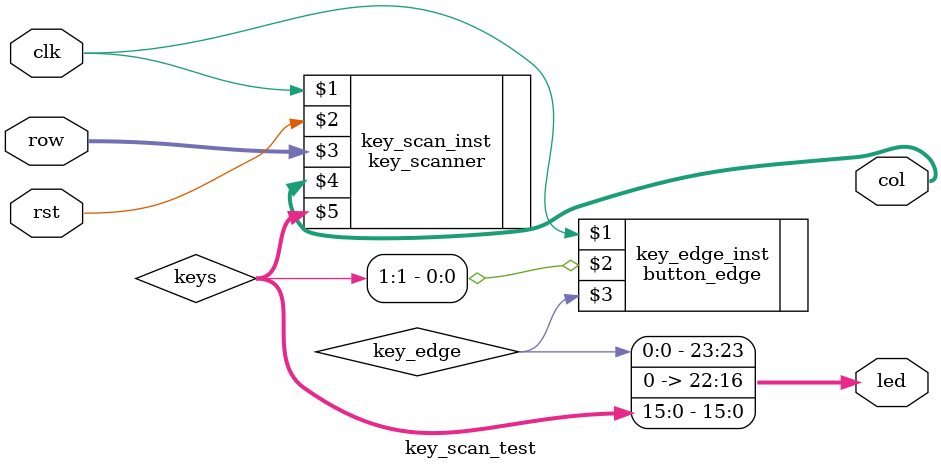
<source format=v>
module key_scan_test(
    input clk, rst,
    input[3:0] row,
    output[3:0] col,
    output[23:0] led
);

wire[15:0] keys;
key_scanner key_scan_inst(clk, rst, row, col, keys);

wire key_edge;
button_edge key_edge_inst(clk, keys[1], key_edge);

assign led = {key_edge, 7'b0, keys};

endmodule
</source>
